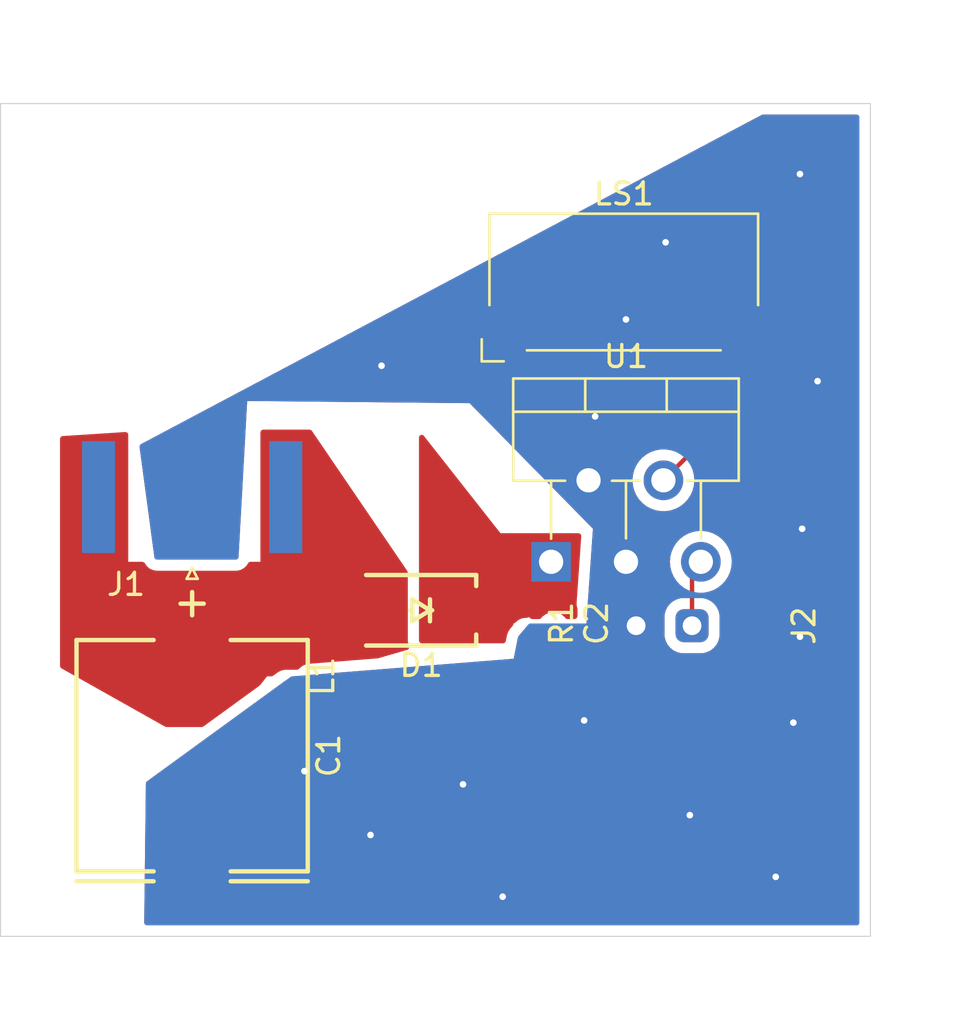
<source format=kicad_pcb>
(kicad_pcb (version 20240108) (generator "pcbnew") (generator_version "8.0")
  (layers (0 "F.Cu" signal) (31 "B.Cu" signal) (34 "B.Paste" user) (35 "F.Paste" user) (36 "B.SilkS" user "B.Silkscreen") (37 "F.SilkS" user "F.Silkscreen") (38 "B.Mask" user) (39 "F.Mask" user) (44 "Edge.Cuts" user))
  (net 0 "")
  (net 1 "GND")
  (net 2 "Net-(D1-A)")
  (net 3 "Net-(D1-K)")
  (net 4 "/V+")
  (net 5 "Net-(LS1-+)")
  (footprint "yume:Yu-D_SMA" (layer "F.Cu") (at 130.2 108.9 180)
    (property "Reference" "D1" (at 0 -2.5 360) (layer "F.SilkS"))
    (property "Value" "D")
    (fp_line (start 0.4 0.5) (end -0.4 0) (stroke (width 0.2)) (layer "F.SilkS"))
    (fp_line (start 0.4 0) (end 0.5 0) (stroke (width 0.2)) (layer "F.SilkS"))
    (fp_line (start 0.4 -0.5) (end 0.4 0.5) (stroke (width 0.2)) (layer "F.SilkS"))
    (fp_line (start -0.4 0) (end 0.4 -0.5) (stroke (width 0.2)) (layer "F.SilkS"))
    (fp_line (start -0.4 0) (end -0.5 0) (stroke (width 0.2)) (layer "F.SilkS"))
    (fp_line (start -0.4 -0.5) (end -0.4 0.5) (stroke (width 0.2)) (layer "F.SilkS"))
    (fp_line (start -2.5 1.6) (end 2.5 1.6) (stroke (width 0.2)) (layer "F.SilkS"))
    (fp_line (start -2.5 1.1) (end -2.5 1.6) (stroke (width 0.2)) (layer "F.SilkS"))
    (fp_line (start -2.5 -1.6) (end 2.5 -1.6) (stroke (width 0.2)) (layer "F.SilkS"))
    (fp_line (start -2.5 -1.6) (end -2.5 -1.1) (stroke (width 0.2)) (layer "F.SilkS"))
    (pad "1" smd roundrect (at -2 0 180) (size 2.5 1.8) (layers "F.Cu" "F.Paste" "F.Mask") (net 3 "Net-(D1-K)"))
    (pad "2" smd roundrect (at 2 0 180) (size 2.5 1.8) (layers "F.Cu" "F.Paste" "F.Mask") (net 2 "Net-(D1-A)"))
  )
  (footprint "yume:Yu-L_0603_mil" (layer "F.Cu") (at 124.3 111.9 -90)
    (property "Reference" "L1" (at 0 -1.43 90) (layer "F.SilkS"))
    (property "Value" "L_Small")
    (pad "1" smd roundrect (at -0.75 0 270) (size 0.9 0.9) (layers "F.Cu" "F.Paste" "F.Mask") (net 2 "Net-(D1-A)"))
    (pad "2" smd roundrect (at 0.75 0 270) (size 0.9 0.9) (layers "F.Cu" "F.Paste" "F.Mask") (net 1 "GND"))
  )
  (footprint "yume:Yu-CP_Elec_10x10" (layer "F.Cu") (at 119.8 115.5 -90)
    (property "Reference" "C1" (at 0 -6.2 90) (layer "F.SilkS"))
    (property "Value" "C_Variable")
    (fp_line (start -5.25 5.25) (end 5.25 5.25) (stroke (width 0.2)) (layer "F.SilkS"))
    (fp_line (start -5.25 5.25) (end -5.25 1.75) (stroke (width 0.2)) (layer "F.SilkS"))
    (fp_line (start 5.25 5.25) (end 5.25 1.75) (stroke (width 0.2)) (layer "F.SilkS"))
    (fp_line (start 5.7 1.75) (end 5.7 5.25) (stroke (width 0.2)) (layer "F.SilkS"))
    (fp_line (start -7.425 0) (end -6.375 0) (stroke (width 0.2)) (layer "F.SilkS"))
    (fp_line (start -6.9 -0.525) (end -6.9 0.525) (stroke (width 0.2)) (layer "F.SilkS"))
    (fp_line (start -5.25 -5.25) (end -5.25 -1.75) (stroke (width 0.2)) (layer "F.SilkS"))
    (fp_line (start -5.25 -5.25) (end 5.25 -5.25) (stroke (width 0.2)) (layer "F.SilkS"))
    (fp_line (start 5.25 -5.25) (end 5.25 -1.75) (stroke (width 0.2)) (layer "F.SilkS"))
    (fp_line (start 5.7 -5.25) (end 5.7 -1.75) (stroke (width 0.2)) (layer "F.SilkS"))
    (pad "1" smd roundrect (at -4 0 270) (size 4 2.5) (layers "F.Cu" "F.Paste" "F.Mask") (roundrect_rratio 0.1) (net 2 "Net-(D1-A)"))
    (pad "2" smd roundrect (at 4 0 270) (size 4 2.5) (layers "F.Cu" "F.Paste" "F.Mask") (roundrect_rratio 0.1) (net 1 "GND"))
  )
  (footprint "Connector_Coaxial:SMA_Amphenol_132289_EdgeMount" (layer "F.Cu") (at 119.8 103.7625 90)
    (property "Reference" "J1" (at -3.96 -3 0) (layer "F.SilkS"))
    (property "Value" "Conn_Coaxial")
    (fp_line (start -3.71 -0.25) (end -3.71 0.25) (stroke (width 0.12)) (layer "F.SilkS"))
    (fp_line (start -3.21 0) (end -3.71 -0.25) (stroke (width 0.12)) (layer "F.SilkS"))
    (fp_line (start -3.71 0.25) (end -3.21 0) (stroke (width 0.12)) (layer "F.SilkS"))
    (pad "1" smd rect (at 0 0 180) (size 1.5 5.08) (layers "F.Cu" "F.Paste" "F.Mask") (net 1 "GND"))
    (pad "2" smd rect (at 0 -4.25 180) (size 1.5 5.08) (layers "F.Cu" "F.Paste" "F.Mask") (net 2 "Net-(D1-A)"))
    (pad "2" smd rect (at 0 -4.25 180) (size 1.5 5.08) (layers "B.Cu" "B.Paste" "B.Mask") (net 2 "Net-(D1-A)"))
    (pad "2" smd rect (at 0 4.25 180) (size 1.5 5.08) (layers "F.Cu" "F.Paste" "F.Mask") (net 2 "Net-(D1-A)"))
    (pad "2" smd rect (at 0 4.25 180) (size 1.5 5.08) (layers "B.Cu" "B.Paste" "B.Mask") (net 2 "Net-(D1-A)"))
  )
  (footprint "Package_TO_SOT_THT:TO-220-5_P3.4x3.7mm_StaggerOdd_Lead3.8mm_Vertical" (layer "F.Cu") (at 136.1 106.7)
    (property "Reference" "U1" (at 3.4 -9.32 0) (layer "F.SilkS"))
    (property "Value" "LM1875")
    (fp_line (start -1.721 -8.32) (end -1.721 -3.679) (stroke (width 0.12)) (layer "F.SilkS"))
    (fp_line (start -1.721 -8.32) (end 8.52 -8.32) (stroke (width 0.12)) (layer "F.SilkS"))
    (fp_line (start -1.721 -6.811) (end 8.52 -6.811) (stroke (width 0.12)) (layer "F.SilkS"))
    (fp_line (start -1.721 -3.679) (end 0.635 -3.679) (stroke (width 0.12)) (layer "F.SilkS"))
    (fp_line (start 0 -3.679) (end 0 -1.049) (stroke (width 0.12)) (layer "F.SilkS"))
    (fp_line (start 1.55 -8.32) (end 1.55 -6.811) (stroke (width 0.12)) (layer "F.SilkS"))
    (fp_line (start 2.765 -3.679) (end 4.035 -3.679) (stroke (width 0.12)) (layer "F.SilkS"))
    (fp_line (start 3.4 -3.679) (end 3.4 -1.065) (stroke (width 0.12)) (layer "F.SilkS"))
    (fp_line (start 5.25 -8.32) (end 5.25 -6.811) (stroke (width 0.12)) (layer "F.SilkS"))
    (fp_line (start 6.165 -3.679) (end 8.52 -3.679) (stroke (width 0.12)) (layer "F.SilkS"))
    (fp_line (start 6.8 -3.679) (end 6.8 -1.065) (stroke (width 0.12)) (layer "F.SilkS"))
    (fp_line (start 8.52 -8.32) (end 8.52 -3.679) (stroke (width 0.12)) (layer "F.SilkS"))
    (pad "1" thru_hole rect (at 0 0) (size 1.8 1.8) (drill 1.1) (layers "*.Cu" "*.Mask") (net 3 "Net-(D1-K)"))
    (pad "2" thru_hole oval (at 1.7 -3.7) (size 1.8 1.8) (drill 1.1) (layers "*.Cu" "*.Mask") (net 1 "GND"))
    (pad "3" thru_hole oval (at 3.4 0) (size 1.8 1.8) (drill 1.1) (layers "*.Cu" "*.Mask") (net 1 "GND"))
    (pad "4" thru_hole oval (at 5.1 -3.7) (size 1.8 1.8) (drill 1.1) (layers "*.Cu" "*.Mask") (net 5 "Net-(LS1-+)"))
    (pad "5" thru_hole oval (at 6.8 0) (size 1.8 1.8) (drill 1.1) (layers "*.Cu" "*.Mask") (net 4 "/V+"))
  )
  (footprint "yume:Yu-Pin-1x02-2.54-1.5-0.85-1" (layer "F.Cu") (at 142.5 109.6 -90)
    (property "Reference" "J2" (at 0 -5.08 90) (layer "F.SilkS"))
    (property "Value" "Conn_01x02_Pin")
    (pad "1" thru_hole roundrect (at 0 0 270) (size 1.5 1.5) (drill 0.85) (layers "*.Cu" "*.Mask") (net 4 "/V+"))
    (pad "2" thru_hole circle (at 0 2.54 270) (size 1.5 1.5) (drill 0.85) (layers "*.Cu" "*.Mask") (net 1 "GND"))
  )
  (footprint "yume:Yu-R_0402_mil" (layer "F.Cu") (at 135.4 109.5 -90)
    (property "Reference" "R1" (at 0 -1.17 90) (layer "F.SilkS"))
    (property "Value" "R_Small")
    (pad "1" smd roundrect (at -0.5 0 270) (size 0.6 0.6) (layers "F.Cu" "F.Paste" "F.Mask") (net 3 "Net-(D1-K)"))
    (pad "2" smd roundrect (at 0.5 0 270) (size 0.6 0.6) (layers "F.Cu" "F.Paste" "F.Mask") (net 1 "GND"))
  )
  (footprint "Buzzer_Beeper:Speaker_CUI_CMR-1206S-67" (layer "F.Cu") (at 139.4 94)
    (property "Reference" "LS1" (at 0 -4 360) (layer "F.SilkS"))
    (property "Value" "Earphone")
    (fp_line (start -6.45 2.6) (end -6.45 3.6) (stroke (width 0.12)) (layer "F.SilkS"))
    (fp_line (start -6.45 3.6) (end -5.45 3.6) (stroke (width 0.12)) (layer "F.SilkS"))
    (fp_line (start -6.1 -3.1) (end 6.1 -3.1) (stroke (width 0.12)) (layer "F.SilkS"))
    (fp_line (start -6.1 1.05) (end -6.1 -3.1) (stroke (width 0.12)) (layer "F.SilkS"))
    (fp_line (start 4.4 3.1) (end -4.4 3.1) (stroke (width 0.12)) (layer "F.SilkS"))
    (fp_line (start 6.1 -3.1) (end 6.1 1.05) (stroke (width 0.12)) (layer "F.SilkS"))
    (pad "1" smd rect (at -5.4 2.3 180) (size 1.5 2) (layers "F.Cu" "F.Mask") (net 1 "GND"))
    (pad "2" smd rect (at 5.4 2.3 180) (size 1.5 2) (layers "F.Cu" "F.Mask") (net 5 "Net-(LS1-+)"))
  )
  (footprint "yume:Yu-C_0402_mil" (layer "F.Cu") (at 137 109.5 -90)
    (property "Reference" "C2" (at 0 -1.16 90) (layer "F.SilkS"))
    (property "Value" "C_Small")
    (pad "1" smd roundrect (at -0.5 0 270) (size 0.6 0.6) (layers "F.Cu" "F.Paste" "F.Mask") (net 3 "Net-(D1-K)"))
    (pad "2" smd roundrect (at 0.5 0 270) (size 0.6 0.6) (layers "F.Cu" "F.Paste" "F.Mask") (net 1 "GND"))
  )
  (gr_rect (start 111.1 85.9) (end 150.6 123.7) (stroke (width 0.05)) (fill none) (layer "Edge.Cuts"))
  (segment (start 139.5 109.14) (end 139.96 109.6) (width 0.2) (layer "F.Cu") (net 1))
  (via (at 147.4 110.1) (size 0.6) (drill 0.3) (layers "F.Cu" "B.Cu") (net 1))
  (via (at 142.4 118.2) (size 0.6) (drill 0.3) (layers "F.Cu" "B.Cu") (net 1))
  (via (at 124.9 116.2) (size 0.6) (drill 0.3) (layers "F.Cu" "B.Cu") (net 1))
  (via (at 148.2 98.5) (size 0.6) (drill 0.3) (layers "F.Cu" "B.Cu") (net 1))
  (via (at 147.4 89.1) (size 0.6) (drill 0.3) (layers "F.Cu" "B.Cu") (net 1))
  (via (at 132.1 116.8) (size 0.6) (drill 0.3) (layers "F.Cu" "B.Cu") (net 1))
  (via (at 137.6 113.9) (size 0.6) (drill 0.3) (layers "F.Cu" "B.Cu") (net 1))
  (via (at 138.1 100.1) (size 0.6) (drill 0.3) (layers "F.Cu" "B.Cu") (net 1))
  (via (at 147.1 114) (size 0.6) (drill 0.3) (layers "F.Cu" "B.Cu") (net 1))
  (via (at 127.9 119.1) (size 0.6) (drill 0.3) (layers "F.Cu" "B.Cu") (net 1))
  (via (at 128.4 97.8) (size 0.6) (drill 0.3) (layers "F.Cu" "B.Cu") (net 1))
  (via (at 133.9 121.9) (size 0.6) (drill 0.3) (layers "F.Cu" "B.Cu") (net 1))
  (via (at 141.3 92.2) (size 0.6) (drill 0.3) (layers "F.Cu" "B.Cu") (net 1))
  (via (at 146.3 121) (size 0.6) (drill 0.3) (layers "F.Cu" "B.Cu") (net 1))
  (via (at 147.5 105.2) (size 0.6) (drill 0.3) (layers "F.Cu" "B.Cu") (net 1))
  (via (at 139.5 95.7) (size 0.6) (drill 0.3) (layers "F.Cu" "B.Cu") (net 1))
  (segment (start 142.5 107.1) (end 142.9 106.7) (width 0.2) (layer "F.Cu") (net 4))
  (segment (start 142.5 109.6) (end 142.5 107.1) (width 0.2) (layer "F.Cu") (net 4))
  (segment (start 141.2 103) (end 144.8 99.4) (width 0.2) (layer "F.Cu") (net 5))
  (segment (start 144.8 99.4) (end 144.8 96.3) (width 0.2) (layer "F.Cu") (net 5))
  (zone (net 2) (net_name "Net-(D1-A)") (layer "F.Cu") (connect_pads yes (clearance 0.5)) (min_thickness 0.25) (fill yes (thermal_gap 0.5) (thermal_bridge_width 0.5))
    (polygon (pts (xy 113.8 101) (xy 113.8 111.5) (xy 118.6 114.2) (xy 121.4 114.2) (xy 123.2 111.9) (xy 125.4 111.9) (xy 129.9 110.6) (xy 129.9 107.6) (xy 125.2 100.7) (xy 122.9 100.7) (xy 122.9 106.7) (xy 116.9 106.7) (xy 116.9 100.8)))
  )
  (zone (net 3) (net_name "Net-(D1-K)") (layer "F.Cu") (priority 1) (connect_pads yes (clearance 0.5)) (min_thickness 0.25) (fill yes (thermal_gap 0.5) (thermal_bridge_width 0.5))
    (polygon (pts (xy 130.1 100.7) (xy 130.1 110.4) (xy 134.4 110.4) (xy 134.4 109.5) (xy 137.6 109.5) (xy 137.6 105.4) (xy 133.8 105.4)))
  )
  (zone (net 1) (net_name "GND") (layers "F&B.Cu") (priority 2) (connect_pads yes (clearance 0.5)) (min_thickness 0.25) (fill yes (thermal_gap 0.5) (thermal_bridge_width 0.5))
    (polygon (pts (xy 117.4 101.4) (xy 118.1 106.6) (xy 121.9 106.6) (xy 122.3 99.4) (xy 132.4 99.5) (xy 138 105.2) (xy 137.7 109.5) (xy 135.1 109.5) (xy 134.6 110.1) (xy 134.4 111.1) (xy 124.3 111.9) (xy 117.7 116.7) (xy 117.6 125) (xy 155.6 127.7) (xy 155.5 81.2)))
  )
)
</source>
